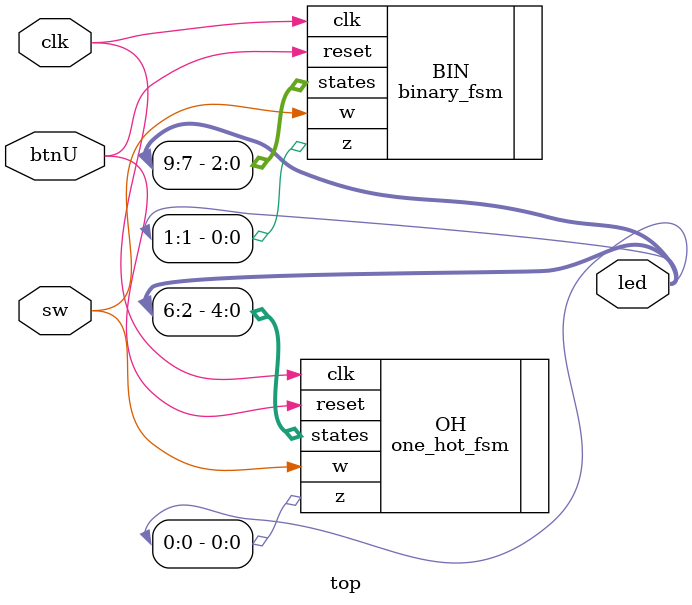
<source format=v>
module top(
    input clk, //clk
    input btnU, //rst
    input sw, //w
    output [9:0] led, //leds
);

    one_hot_fsm OH (
        .clk(clk),
        .reset(btnU),
        .w(sw),
        .z(led[0]),
        .states(led[6:2])
    );

    binary_fsm BIN (
        .clk(clk),
        .reset(btnU),
        .w(sw),
        .z(led[1]),
        .states(led[9:7])
    );

endmodule

</source>
